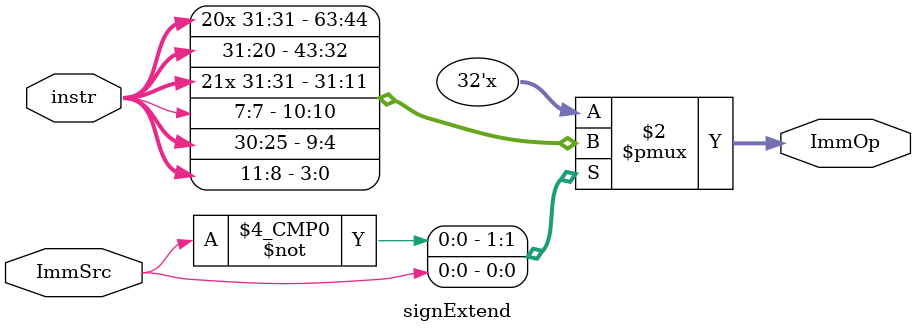
<source format=sv>
module signExtend #(
    parameter WIDTH = 32
)(
    input logic  [WIDTH-1:0]  instr,
    input logic               ImmSrc,
    output logic [WIDTH-1:0]  ImmOp
);

    always_comb 
        case (ImmSrc)
            1'b0:          ImmOp = {{20{instr[31]}},instr[31:20]};  // IMMEDIATE
            // 3'b000:     ImmOp = {instr[31:12], 12{1'b0}};                //UPPER IMMEDIATE
            // 3'b000:     ImmOp = {20{instr[31]}, instr[31:25], intr[11:7]};       //STORE
            1'b1:          ImmOp = {{21{instr[31]}}, instr[7], instr[30:25], instr[11:8]};  // BRANCH
        endcase
endmodule

</source>
